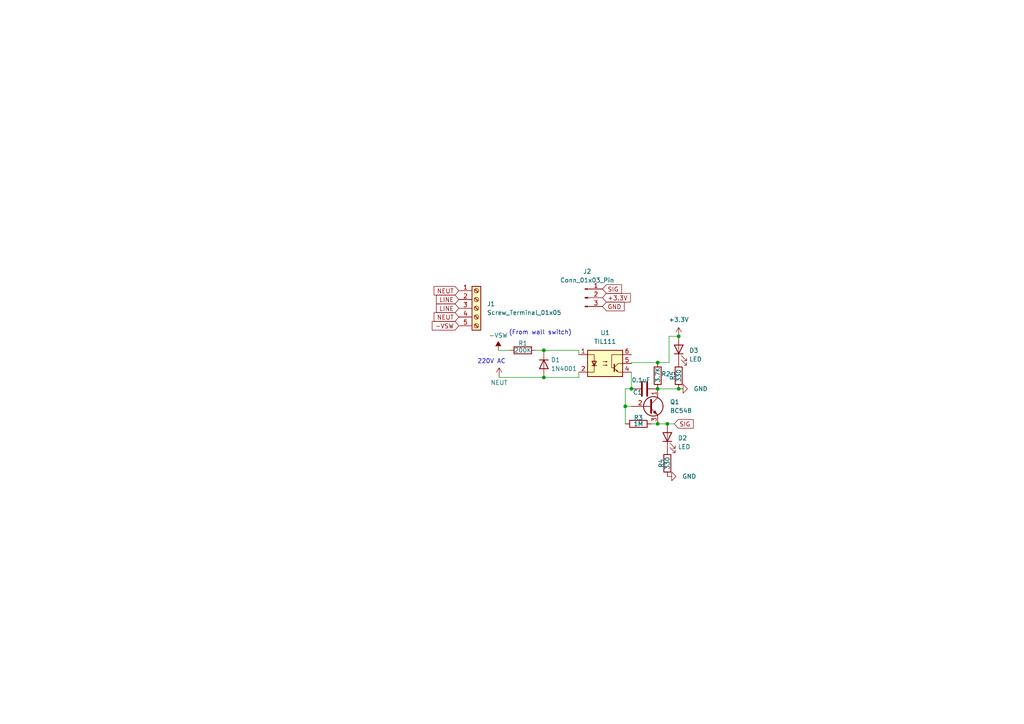
<source format=kicad_sch>
(kicad_sch (version 20230121) (generator eeschema)
  (paper "A4")
  (lib_symbols
    (symbol "Connector:Conn_01x03_Pin" (pin_names (offset 1.016) hide)
      (property "Reference" "J" (at 0 5.08 0))
      (property "Value" "Conn_01x03_Pin" (at 0 -5.08 0))
      (symbol "Conn_01x03_Pin_1_1"
        (polyline (pts (xy 1.27 -2.54) (xy 0.8636 -2.54)) (stroke (width 0.1524)))
        (polyline (pts (xy 1.27 0) (xy 0.8636 0)) (stroke (width 0.1524)))
        (polyline (pts (xy 1.27 2.54) (xy 0.8636 2.54)) (stroke (width 0.1524)))
        (rectangle (start 0.8636 -2.413) (end 0 -2.667) (stroke (width 0.1524)) (fill (type outline)))
        (rectangle (start 0.8636 0.127) (end 0 -0.127) (stroke (width 0.1524)) (fill (type outline)))
        (rectangle (start 0.8636 2.667) (end 0 2.413) (stroke (width 0.1524)) (fill (type outline)))
        (pin passive line (at 5.08 2.54 180) (length 3.81) (name "Pin_1") (number "1"))
        (pin passive line (at 5.08 0 180) (length 3.81) (name "Pin_2") (number "2"))
        (pin passive line (at 5.08 -2.54 180) (length 3.81) (name "Pin_3") (number "3"))
      )
    )
    (symbol "Connector:Screw_Terminal_01x05" (pin_names (offset 1.016) hide)
      (property "Reference" "J" (at 0 7.62 0))
      (property "Value" "Screw_Terminal_01x05" (at 0 -7.62 0))
      (symbol "Screw_Terminal_01x05_1_1"
        (rectangle (start -1.27 6.35) (end 1.27 -6.35) (stroke (width 0.254)) (fill (type background)))
        (circle (center 0 -5.08) (radius 0.635) (stroke (width 0.1524)))
        (circle (center 0 -2.54) (radius 0.635) (stroke (width 0.1524)))
        (polyline (pts (xy -0.5334 -4.7498) (xy 0.3302 -5.588)) (stroke (width 0.1524)))
        (polyline (pts (xy -0.5334 -2.2098) (xy 0.3302 -3.048)) (stroke (width 0.1524)))
        (polyline (pts (xy -0.5334 0.3302) (xy 0.3302 -0.508)) (stroke (width 0.1524)))
        (polyline (pts (xy -0.5334 2.8702) (xy 0.3302 2.032)) (stroke (width 0.1524)))
        (polyline (pts (xy -0.5334 5.4102) (xy 0.3302 4.572)) (stroke (width 0.1524)))
        (polyline (pts (xy -0.3556 -4.572) (xy 0.508 -5.4102)) (stroke (width 0.1524)))
        (polyline (pts (xy -0.3556 -2.032) (xy 0.508 -2.8702)) (stroke (width 0.1524)))
        (polyline (pts (xy -0.3556 0.508) (xy 0.508 -0.3302)) (stroke (width 0.1524)))
        (polyline (pts (xy -0.3556 3.048) (xy 0.508 2.2098)) (stroke (width 0.1524)))
        (polyline (pts (xy -0.3556 5.588) (xy 0.508 4.7498)) (stroke (width 0.1524)))
        (circle (center 0 0) (radius 0.635) (stroke (width 0.1524)))
        (circle (center 0 2.54) (radius 0.635) (stroke (width 0.1524)))
        (circle (center 0 5.08) (radius 0.635) (stroke (width 0.1524)))
        (pin passive line (at -5.08 5.08 0) (length 3.81) (name "Pin_1") (number "1"))
        (pin passive line (at -5.08 2.54 0) (length 3.81) (name "Pin_2") (number "2"))
        (pin passive line (at -5.08 0 0) (length 3.81) (name "Pin_3") (number "3"))
        (pin passive line (at -5.08 -2.54 0) (length 3.81) (name "Pin_4") (number "4"))
        (pin passive line (at -5.08 -5.08 0) (length 3.81) (name "Pin_5") (number "5"))
      )
    )
    (symbol "Device:C" (pin_numbers hide) (pin_names (offset 0.254))
      (property "Reference" "C" (at 0.635 2.54 0))
      (property "Value" "C" (at 0.635 -2.54 0))
      (symbol "C_0_1"
        (polyline (pts (xy -2.032 -0.762) (xy 2.032 -0.762)) (stroke (width 0.508)))
        (polyline (pts (xy -2.032 0.762) (xy 2.032 0.762)) (stroke (width 0.508)))
      )
      (symbol "C_1_1"
        (pin passive line (at 0 3.81 270) (length 2.794) (name "~") (number "1"))
        (pin passive line (at 0 -3.81 90) (length 2.794) (name "~") (number "2"))
      )
    )
    (symbol "Device:LED" (pin_numbers hide) (pin_names (offset 1.016) hide)
      (property "Reference" "D" (at 0 2.54 0))
      (property "Value" "LED" (at 0 -2.54 0))
      (symbol "LED_0_1"
        (polyline (pts (xy -1.27 -1.27) (xy -1.27 1.27)) (stroke (width 0.254)))
        (polyline (pts (xy -1.27 0) (xy 1.27 0)))
        (polyline (pts (xy 1.27 -1.27) (xy 1.27 1.27) (xy -1.27 0) (xy 1.27 -1.27)) (stroke (width 0.254)))
        (polyline (pts (xy -3.048 -0.762) (xy -4.572 -2.286) (xy -3.81 -2.286) (xy -4.572 -2.286) (xy -4.572 -1.524)))
        (polyline (pts (xy -1.778 -0.762) (xy -3.302 -2.286) (xy -2.54 -2.286) (xy -3.302 -2.286) (xy -3.302 -1.524)))
      )
      (symbol "LED_1_1"
        (pin passive line (at -3.81 0 0) (length 2.54) (name "K") (number "1"))
        (pin passive line (at 3.81 0 180) (length 2.54) (name "A") (number "2"))
      )
    )
    (symbol "Device:R" (pin_numbers hide) (pin_names (offset 0))
      (property "Reference" "R" (at 2.032 0 90))
      (property "Value" "R" (at 0 0 90))
      (symbol "R_0_1"
        (rectangle (start -1.016 -2.54) (end 1.016 2.54) (stroke (width 0.254)))
      )
      (symbol "R_1_1"
        (pin passive line (at 0 3.81 270) (length 1.27) (name "~") (number "1"))
        (pin passive line (at 0 -3.81 90) (length 1.27) (name "~") (number "2"))
      )
    )
    (symbol "Diode:1N4001" (pin_numbers hide) (pin_names hide)
      (property "Reference" "D" (at 0 2.54 0))
      (property "Value" "1N4001" (at 0 -2.54 0))
      (symbol "1N4001_0_1"
        (polyline (pts (xy -1.27 1.27) (xy -1.27 -1.27)) (stroke (width 0.254)))
        (polyline (pts (xy 1.27 0) (xy -1.27 0)))
        (polyline (pts (xy 1.27 1.27) (xy 1.27 -1.27) (xy -1.27 0) (xy 1.27 1.27)) (stroke (width 0.254)))
      )
      (symbol "1N4001_1_1"
        (pin passive line (at -3.81 0 0) (length 2.54) (name "K") (number "1"))
        (pin passive line (at 3.81 0 180) (length 2.54) (name "A") (number "2"))
      )
    )
    (symbol "Isolator:TIL111" (pin_names (offset 1.016))
      (property "Reference" "U" (at -5.08 5.08 0))
      (property "Value" "TIL111" (at 0 5.08 0))
      (symbol "TIL111_0_1"
        (rectangle (start -5.08 3.81) (end 5.08 -3.81) (stroke (width 0.254)) (fill (type background)))
        (polyline (pts (xy -3.81 -0.635) (xy -2.54 -0.635)) (stroke (width 0.254)))
        (polyline (pts (xy 2.667 -1.397) (xy 3.81 -2.54)))
        (polyline (pts (xy 2.667 -1.143) (xy 3.81 0)))
        (polyline (pts (xy 3.81 -2.54) (xy 5.08 -2.54)))
        (polyline (pts (xy 3.81 0) (xy 5.08 0)))
        (polyline (pts (xy 2.667 -0.254) (xy 2.667 -2.286) (xy 2.667 -2.286)) (stroke (width 0.3556)))
        (polyline (pts (xy -5.08 -2.54) (xy -3.175 -2.54) (xy -3.175 2.54) (xy -5.08 2.54)))
        (polyline (pts (xy -3.175 -0.635) (xy -3.81 0.635) (xy -2.54 0.635) (xy -3.175 -0.635)) (stroke (width 0.254)))
        (polyline (pts (xy 3.683 -2.413) (xy 3.429 -1.905) (xy 3.175 -2.159) (xy 3.683 -2.413)))
        (polyline (pts (xy 5.08 2.54) (xy 1.905 2.54) (xy 1.905 -1.27) (xy 2.54 -1.27)))
        (polyline (pts (xy -0.635 -0.508) (xy 0.635 -0.508) (xy 0.254 -0.635) (xy 0.254 -0.381) (xy 0.635 -0.508)))
        (polyline (pts (xy -0.635 0.508) (xy 0.635 0.508) (xy 0.254 0.381) (xy 0.254 0.635) (xy 0.635 0.508)))
      )
      (symbol "TIL111_1_1"
        (pin passive line (at -7.62 2.54 0) (length 2.54) (name "~") (number "1"))
        (pin passive line (at -7.62 -2.54 0) (length 2.54) (name "~") (number "2"))
        (pin no_connect line (at -5.08 0 0) (length 2.54) hide (name "NC") (number "3"))
        (pin passive line (at 7.62 -2.54 180) (length 2.54) (name "~") (number "4"))
        (pin passive line (at 7.62 0 180) (length 2.54) (name "~") (number "5"))
        (pin passive line (at 7.62 2.54 180) (length 2.54) (name "~") (number "6"))
      )
    )
    (symbol "Transistor_BJT:BC548" (pin_names (offset 0) hide)
      (property "Reference" "Q" (at 5.08 1.905 0))
      (property "Value" "BC548" (at 5.08 0 0))
      (symbol "BC548_0_1"
        (polyline (pts (xy 0 0) (xy 0.635 0)))
        (polyline (pts (xy 0.635 0.635) (xy 2.54 2.54)))
        (polyline (pts (xy 0.635 -0.635) (xy 2.54 -2.54) (xy 2.54 -2.54)))
        (polyline (pts (xy 0.635 1.905) (xy 0.635 -1.905) (xy 0.635 -1.905)) (stroke (width 0.508)))
        (polyline (pts (xy 1.27 -1.778) (xy 1.778 -1.27) (xy 2.286 -2.286) (xy 1.27 -1.778) (xy 1.27 -1.778)) (fill (type outline)))
        (circle (center 1.27 0) (radius 2.8194) (stroke (width 0.254)))
      )
      (symbol "BC548_1_1"
        (pin passive line (at 2.54 5.08 270) (length 2.54) (name "C") (number "1"))
        (pin input line (at -5.08 0 0) (length 5.08) (name "B") (number "2"))
        (pin passive line (at 2.54 -5.08 90) (length 2.54) (name "E") (number "3"))
      )
    )
    (symbol "power:+3.3V" (power) (pin_names (offset 0))
      (property "Value" "+3.3V" (at 0 3.556 0))
      (symbol "+3.3V_0_1"
        (polyline (pts (xy -0.762 1.27) (xy 0 2.54)))
        (polyline (pts (xy 0 0) (xy 0 2.54)))
        (polyline (pts (xy 0 2.54) (xy 0.762 1.27)))
      )
      (symbol "+3.3V_1_1"
        (pin power_in line (at 0 0 90) (length 0) hide (name "+3.3V") (number "1"))
      )
    )
    (symbol "power:-VSW" (power) (pin_names (offset 0))
      (property "Value" "-VSW" (at 0 3.81 0))
      (symbol "-VSW_0_0"
        (pin power_in line (at 0 0 90) (length 0) hide (name "-VSW") (number "1"))
      )
      (symbol "-VSW_0_1"
        (polyline (pts (xy 0 0) (xy 0 1.27) (xy 0.762 1.27) (xy 0 2.54) (xy -0.762 1.27) (xy 0 1.27)) (fill (type outline)))
      )
    )
    (symbol "power:GND" (power) (pin_names (offset 0))
      (property "Value" "GND" (at 0 -3.81 0))
      (symbol "GND_0_1"
        (polyline (pts (xy 0 0) (xy 0 -1.27) (xy 1.27 -1.27) (xy 0 -2.54) (xy -1.27 -1.27) (xy 0 -1.27)))
      )
      (symbol "GND_1_1"
        (pin power_in line (at 0 0 270) (length 0) hide (name "GND") (number "1"))
      )
    )
    (symbol "power:NEUT" (power) (pin_names (offset 0))
      (property "Value" "NEUT" (at 0 3.81 0))
      (symbol "NEUT_0_1"
        (polyline (pts (xy -0.762 1.27) (xy 0 2.54)))
        (polyline (pts (xy 0 0) (xy 0 2.54)))
        (polyline (pts (xy 0 2.54) (xy 0.762 1.27)))
      )
      (symbol "NEUT_1_1"
        (pin power_in line (at 0 0 90) (length 0) hide (name "NEUT") (number "1"))
      )
    )
  )
  (junction (at 157.734 101.6))
  (junction (at 193.548 122.936))
  (junction (at 196.85 97.536))
  (junction (at 157.734 109.474))
  (junction (at 190.754 112.776))
  (junction (at 196.85 112.776))
  (junction (at 181.356 117.856))
  (junction (at 183.134 112.776))
  (junction (at 190.754 122.936))
  (junction (at 190.754 105.156))
  (wire (pts (xy 190.754 105.156) (xy 183.134 105.156)))
  (wire (pts (xy 183.134 117.856) (xy 181.356 117.856)))
  (wire (pts (xy 190.754 122.936) (xy 193.548 122.936)))
  (wire (pts (xy 181.356 117.856) (xy 181.356 122.936)))
  (wire (pts (xy 157.734 109.474) (xy 144.78 109.474)))
  (wire (pts (xy 167.894 109.474) (xy 157.734 109.474)))
  (wire (pts (xy 183.134 112.776) (xy 181.356 112.776)))
  (wire (pts (xy 157.734 101.6) (xy 157.734 101.854)))
  (wire (pts (xy 188.976 122.936) (xy 190.754 122.936)))
  (wire (pts (xy 155.448 101.6) (xy 157.734 101.6)))
  (wire (pts (xy 183.134 107.95) (xy 183.134 112.776)))
  (wire (pts (xy 167.894 101.6) (xy 157.734 101.6)))
  (wire (pts (xy 194.056 97.536) (xy 196.85 97.536)))
  (wire (pts (xy 167.894 102.87) (xy 167.894 101.6)))
  (wire (pts (xy 194.056 105.156) (xy 190.754 105.156)))
  (wire (pts (xy 183.134 105.156) (xy 183.134 105.41)))
  (wire (pts (xy 144.526 101.6) (xy 147.828 101.6)))
  (wire (pts (xy 167.894 107.95) (xy 167.894 109.474)))
  (wire (pts (xy 144.78 109.474) (xy 144.78 109.22)))
  (wire (pts (xy 181.356 112.776) (xy 181.356 117.856)))
  (wire (pts (xy 190.754 112.776) (xy 196.85 112.776)))
  (wire (pts (xy 193.548 122.936) (xy 195.58 122.936)))
  (wire (pts (xy 194.056 97.536) (xy 194.056 105.156)))
  (text "(From wall switch)" (at 147.574 97.282 0) (effects (font (size 1.27 1.27)) (justify left bottom)))
  (text "220V AC" (at 138.43 105.664 0) (effects (font (size 1.27 1.27)) (justify left bottom)))
  (global_label "SIG" (shape input) (at 195.58 122.936 0) (property "Intersheetrefs" "${INTERSHEET_REFS}" (effects hide)))
  (global_label "SIG" (shape input) (at 174.752 83.82 0) (property "Intersheetrefs" "${INTERSHEET_REFS}" (effects hide)))
  (global_label "+3.3V" (shape input) (at 174.752 86.36 0) (property "Intersheetrefs" "${INTERSHEET_REFS}" (effects hide)))
  (global_label "NEUT" (shape input) (at 133.096 84.328 180) (property "Intersheetrefs" "${INTERSHEET_REFS}" (effects hide)))
  (global_label "LINE" (shape input) (at 133.096 89.408 180) (property "Intersheetrefs" "${INTERSHEET_REFS}" (effects hide)))
  (global_label "LINE" (shape input) (at 133.096 86.868 180) (property "Intersheetrefs" "${INTERSHEET_REFS}" (effects hide)))
  (global_label "NEUT" (shape input) (at 133.096 91.948 180) (property "Intersheetrefs" "${INTERSHEET_REFS}" (effects hide)))
  (global_label "-VSW" (shape input) (at 133.096 94.488 180) (property "Intersheetrefs" "${INTERSHEET_REFS}" (effects hide)))
  (global_label "GND" (shape input) (at 174.752 88.9 0) (property "Intersheetrefs" "${INTERSHEET_REFS}" (effects hide)))
  (symbol (lib_id "Connector:Conn_01x03_Pin") (at 169.672 86.36 0) (unit 1)
    (property "Reference" "J2" (at 170.307 78.74 0))
    (property "Value" "Conn_01x03_Pin" (at 170.307 81.28 0))
    (property "Footprint" "Connector_PinHeader_2.54mm:PinHeader_1x03_P2.54mm_Vertical" (effects hide))
  )
  (symbol (lib_id "power:+3.3V") (at 196.85 97.536 0) (unit 1)
    (property "Reference" "#PWR03" (effects hide))
    (property "Value" "+3.3V" (at 196.85 92.71 0))
  )
  (symbol (lib_id "Isolator:TIL111") (at 175.514 105.41 0) (unit 1)
    (property "Reference" "U1" (at 175.514 96.52 0))
    (property "Value" "TIL111" (at 175.514 99.06 0))
    (property "Footprint" "Package_DIP:DIP-6_W7.62mm" (effects hide))
    (property "Datasheet" "https://www.egr.msu.edu/eceshop/Parts_Inventory/datasheets/til111.pdf" (effects hide))
  )
  (symbol (lib_id "power:GND") (at 196.85 112.776 90) (unit 1)
    (property "Reference" "#PWR04" (effects hide))
    (property "Value" "GND" (at 201.168 112.776 90) (effects (justify right)))
  )
  (symbol (lib_id "power:NEUT") (at 144.78 109.22 0) (unit 1)
    (property "Reference" "#PWR01" (effects hide))
    (property "Value" "NEUT" (at 144.78 110.998 0))
  )
  (symbol (lib_id "Device:R") (at 193.548 134.366 0) (unit 1)
    (property "Reference" "R4" (at 191.77 134.366 90))
    (property "Value" "330" (at 193.548 134.366 90))
    (property "Footprint" "Resistor_SMD:R_0805_2012Metric_Pad1.20x1.40mm_HandSolder" (effects hide))
  )
  (symbol (lib_id "Device:R") (at 196.85 108.966 0) (unit 1)
    (property "Reference" "R5" (at 195.072 108.966 90))
    (property "Value" "330" (at 196.85 108.966 90))
    (property "Footprint" "Resistor_SMD:R_0805_2012Metric_Pad1.20x1.40mm_HandSolder" (effects hide))
  )
  (symbol (lib_id "Device:LED") (at 193.548 126.746 90) (unit 1)
    (property "Reference" "D2" (at 196.596 127.0635 90) (effects (justify right)))
    (property "Value" "LED" (at 196.596 129.6035 90) (effects (justify right)))
    (property "Footprint" "LED_SMD:LED_0805_2012Metric_Pad1.15x1.40mm_HandSolder" (effects hide))
  )
  (symbol (lib_id "Connector:Screw_Terminal_01x05") (at 138.176 89.408 0) (unit 1)
    (property "Reference" "J1" (at 141.224 88.138 0) (effects (justify left)))
    (property "Value" "Screw_Terminal_01x05" (at 141.224 90.678 0) (effects (justify left)))
    (property "Footprint" "TerminalBlock_Phoenix:TerminalBlock_Phoenix_MKDS-1,5-5_1x05_P5.00mm_Horizontal" (effects hide))
  )
  (symbol (lib_id "Device:R") (at 151.638 101.6 270) (unit 1)
    (property "Reference" "R1" (at 151.638 99.568 90))
    (property "Value" "200K" (at 151.638 101.6 90))
    (property "Footprint" "Resistor_THT:R_Axial_DIN0411_L9.9mm_D3.6mm_P15.24mm_Horizontal" (effects hide))
  )
  (symbol (lib_id "power:GND") (at 193.548 138.176 90) (unit 1)
    (property "Reference" "#PWR05" (effects hide))
    (property "Value" "GND" (at 197.866 138.176 90) (effects (justify right)))
  )
  (symbol (lib_id "Device:R") (at 185.166 122.936 270) (unit 1)
    (property "Reference" "R3" (at 185.166 121.158 90))
    (property "Value" "1M" (at 185.166 122.936 90))
    (property "Footprint" "Resistor_SMD:R_0805_2012Metric_Pad1.20x1.40mm_HandSolder" (effects hide))
  )
  (symbol (lib_id "Diode:1N4001") (at 157.734 105.664 270) (unit 1)
    (property "Reference" "D1" (at 159.766 104.394 90) (effects (justify left)))
    (property "Value" "1N4001" (at 159.766 106.934 90) (effects (justify left)))
    (property "Footprint" "Diode_THT:D_DO-41_SOD81_P10.16mm_Horizontal" (effects hide))
    (property "Datasheet" "http://www.vishay.com/docs/88503/1n4001.pdf" (effects hide))
    (property "Sim.Device" "D" (effects hide))
    (property "Sim.Pins" "1=K 2=A" (effects hide))
  )
  (symbol (lib_id "Transistor_BJT:BC548") (at 188.214 117.856 0) (unit 1)
    (property "Reference" "Q1" (at 194.31 116.586 0) (effects (justify left)))
    (property "Value" "BC548" (at 194.31 119.126 0) (effects (justify left)))
    (property "Footprint" "Package_TO_SOT_THT:TO-92_Inline" (effects hide))
    (property "Datasheet" "https://www.onsemi.com/pub/Collateral/BC550-D.pdf" (effects hide))
  )
  (symbol (lib_id "Device:C") (at 186.944 112.776 90) (unit 1)
    (property "Reference" "C1" (at 184.912 113.792 90))
    (property "Value" "0.1uF" (at 185.928 110.236 90))
    (property "Footprint" "Capacitor_SMD:C_1206_3216Metric_Pad1.33x1.80mm_HandSolder" (effects hide))
  )
  (symbol (lib_id "Device:R") (at 190.754 108.966 0) (unit 1)
    (property "Reference" "R2" (at 191.77 108.458 0) (effects (justify left)))
    (property "Value" "3.7K" (at 190.754 110.998 90) (effects (justify left)))
    (property "Footprint" "Resistor_SMD:R_0805_2012Metric_Pad1.20x1.40mm_HandSolder" (effects hide))
  )
  (symbol (lib_id "Device:LED") (at 196.85 101.346 90) (unit 1)
    (property "Reference" "D3" (at 199.898 101.6635 90) (effects (justify right)))
    (property "Value" "LED" (at 199.898 104.2035 90) (effects (justify right)))
    (property "Footprint" "LED_SMD:LED_0805_2012Metric_Pad1.15x1.40mm_HandSolder" (effects hide))
  )
  (symbol (lib_id "power:-VSW") (at 144.526 101.6 0) (unit 1)
    (property "Reference" "#PWR02" (effects hide))
    (property "Value" "-VSW" (at 144.526 97.282 0))
  )
)
</source>
